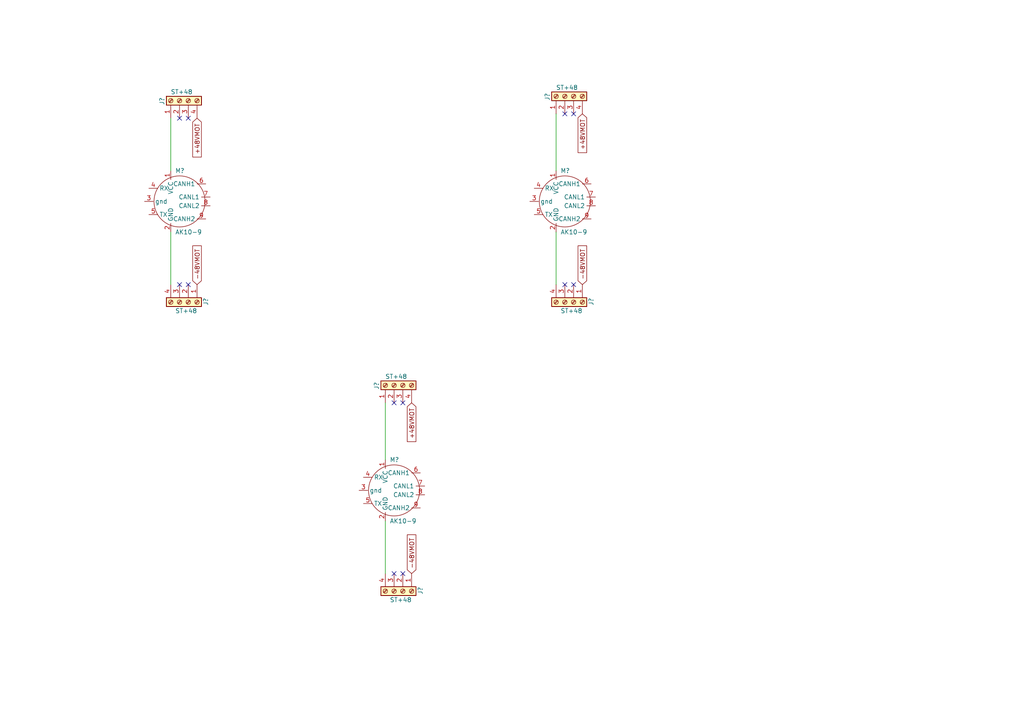
<source format=kicad_sch>
(kicad_sch (version 20211123) (generator eeschema)
  (paper "A4")
  (title_block (title "BUMBLEBEE") (date "2024-01-15") (rev "1.00") (company "ExoFlex") (comment 1 "Bumblebee"))
  (lib_symbols
    (symbol "AK10-9_1"
      (property "Reference" "M" (at 0 3.81 0))
      (property "Value" "AK10-9_1" (at 2.54 -13.97 0))
      (symbol "AK10-9_1_0_1"
        (circle (center 0 -5.08) (radius 7.4053))
      )
      (symbol "AK10-9_1_1_1"
        (pin input line (at -2.54 3.81 270) (length 2.54) (name "VCC") (number "1"))
        (pin input line (at -2.54 -13.97 90) (length 2.54) (name "GND") (number "2"))
        (pin input line (at -10.16 -5.08 0) (length 2.54) (name "gnd") (number "3"))
        (pin input line (at -8.89 -1.27 0) (length 2.54) (name "RX") (number "4"))
        (pin output line (at -8.89 -8.89 0) (length 2.54) (name "TX") (number "5"))
        (pin output line (at 7.62 0 180) (length 2.54) (name "CANH1") (number "6"))
        (pin output line (at 8.89 -3.81 180) (length 2.54) (name "CANL1") (number "7"))
        (pin output line (at 8.89 -6.35 180) (length 2.54) (name "CANL2") (number "8"))
        (pin output line (at 7.62 -10.16 180) (length 2.54) (name "CANH2") (number "9"))
      )
    )
    (symbol "AK10-9_2"
      (property "Reference" "M" (at 0 3.81 0))
      (property "Value" "AK10-9_2" (at 2.54 -13.97 0))
      (symbol "AK10-9_2_0_1"
        (circle (center 0 -5.08) (radius 7.4053))
      )
      (symbol "AK10-9_2_1_1"
        (pin input line (at -2.54 3.81 270) (length 2.54) (name "VCC") (number "1"))
        (pin input line (at -2.54 -13.97 90) (length 2.54) (name "GND") (number "2"))
        (pin input line (at -10.16 -5.08 0) (length 2.54) (name "gnd") (number "3"))
        (pin input line (at -8.89 -1.27 0) (length 2.54) (name "RX") (number "4"))
        (pin output line (at -8.89 -8.89 0) (length 2.54) (name "TX") (number "5"))
        (pin output line (at 7.62 0 180) (length 2.54) (name "CANH1") (number "6"))
        (pin output line (at 8.89 -3.81 180) (length 2.54) (name "CANL1") (number "7"))
        (pin output line (at 8.89 -6.35 180) (length 2.54) (name "CANL2") (number "8"))
        (pin output line (at 7.62 -10.16 180) (length 2.54) (name "CANH2") (number "9"))
      )
    )
    (symbol "Connector:Screw_Terminal_01x04" (pin_names (offset 1.016) hide)
      (property "Reference" "J" (at 0 5.08 0))
      (property "Value" "Screw_Terminal_01x04" (at 0 -7.62 0))
      (symbol "Screw_Terminal_01x04_1_1"
        (rectangle (start -1.27 3.81) (end 1.27 -6.35) (stroke (width 0.254)) (fill (type background)))
        (circle (center 0 -5.08) (radius 0.635) (stroke (width 0.1524)))
        (circle (center 0 -2.54) (radius 0.635) (stroke (width 0.1524)))
        (polyline (pts (xy -0.5334 -4.7498) (xy 0.3302 -5.588)) (stroke (width 0.1524)))
        (polyline (pts (xy -0.5334 -2.2098) (xy 0.3302 -3.048)) (stroke (width 0.1524)))
        (polyline (pts (xy -0.5334 0.3302) (xy 0.3302 -0.508)) (stroke (width 0.1524)))
        (polyline (pts (xy -0.5334 2.8702) (xy 0.3302 2.032)) (stroke (width 0.1524)))
        (polyline (pts (xy -0.3556 -4.572) (xy 0.508 -5.4102)) (stroke (width 0.1524)))
        (polyline (pts (xy -0.3556 -2.032) (xy 0.508 -2.8702)) (stroke (width 0.1524)))
        (polyline (pts (xy -0.3556 0.508) (xy 0.508 -0.3302)) (stroke (width 0.1524)))
        (polyline (pts (xy -0.3556 3.048) (xy 0.508 2.2098)) (stroke (width 0.1524)))
        (circle (center 0 0) (radius 0.635) (stroke (width 0.1524)))
        (circle (center 0 2.54) (radius 0.635) (stroke (width 0.1524)))
        (pin passive line (at -5.08 2.54 0) (length 3.81) (name "Pin_1") (number "1"))
        (pin passive line (at -5.08 0 0) (length 3.81) (name "Pin_2") (number "2"))
        (pin passive line (at -5.08 -2.54 0) (length 3.81) (name "Pin_3") (number "3"))
        (pin passive line (at -5.08 -5.08 0) (length 3.81) (name "Pin_4") (number "4"))
      )
    )
    (symbol "SymLib:AK10-9"
      (property "Reference" "M" (at 0 3.81 0))
      (property "Value" "AK10-9" (at 2.54 -13.97 0))
      (symbol "AK10-9_0_1"
        (circle (center 0 -5.08) (radius 7.4053))
      )
      (symbol "AK10-9_1_1"
        (pin input line (at -2.54 3.81 270) (length 2.54) (name "VCC") (number "1"))
        (pin input line (at -2.54 -13.97 90) (length 2.54) (name "GND") (number "2"))
        (pin input line (at -10.16 -5.08 0) (length 2.54) (name "gnd") (number "3"))
        (pin input line (at -8.89 -1.27 0) (length 2.54) (name "RX") (number "4"))
        (pin output line (at -8.89 -8.89 0) (length 2.54) (name "TX") (number "5"))
        (pin output line (at 7.62 0 180) (length 2.54) (name "CANH1") (number "6"))
        (pin output line (at 8.89 -3.81 180) (length 2.54) (name "CANL1") (number "7"))
        (pin output line (at 8.89 -6.35 180) (length 2.54) (name "CANL2") (number "8"))
        (pin output line (at 7.62 -10.16 180) (length 2.54) (name "CANH2") (number "9"))
      )
    )
  )
  (no_connect (at 52.07 34.29))
  (no_connect (at 163.83 82.55))
  (no_connect (at 54.61 34.29))
  (no_connect (at 166.37 82.55))
  (no_connect (at 114.3 166.37))
  (no_connect (at 163.83 33.02))
  (no_connect (at 166.37 33.02))
  (no_connect (at 54.61 82.55))
  (no_connect (at 52.07 82.55))
  (no_connect (at 116.84 166.37))
  (no_connect (at 116.84 116.84))
  (no_connect (at 114.3 116.84))
  (wire (pts (xy 49.53 34.29) (xy 49.53 49.53)))
  (wire (pts (xy 111.76 151.13) (xy 111.76 166.37)))
  (wire (pts (xy 161.29 33.02) (xy 161.29 49.53)))
  (wire (pts (xy 49.53 67.31) (xy 49.53 82.55)))
  (wire (pts (xy 161.29 67.31) (xy 161.29 82.55)))
  (wire (pts (xy 111.76 116.84) (xy 111.76 133.35)))
  (global_label "+48VMOT" (shape input) (at 168.91 33.02 270) (property "Intersheet References" "${INTERSHEET_REFS}" (effects hide)))
  (global_label "-48VMOT" (shape input) (at 57.15 82.55 90) (property "Intersheet References" "${INTERSHEET_REFS}" (effects hide)))
  (global_label "-48VMOT" (shape input) (at 168.91 82.55 90) (property "Intersheet References" "${INTERSHEET_REFS}" (effects hide)))
  (global_label "-48VMOT" (shape input) (at 119.38 166.37 90) (property "Intersheet References" "${INTERSHEET_REFS}" (effects hide)))
  (global_label "+48VMOT" (shape input) (at 119.38 116.84 270) (property "Intersheet References" "${INTERSHEET_REFS}" (effects hide)))
  (global_label "+48VMOT" (shape input) (at 57.15 34.29 270) (property "Intersheet References" "${INTERSHEET_REFS}" (effects hide)))
  (symbol (lib_name "AK10-9_1") (lib_id "SymLib:AK10-9") (at 163.83 53.34 0) (unit 1)
    (property "Reference" "M?" (at 162.56 49.53 0) (effects (justify left)))
    (property "Value" "AK10-9" (at 162.56 67.31 0) (effects (justify left)))
  )
  (symbol (lib_id "Connector:Screw_Terminal_01x04") (at 163.83 27.94 90) (unit 1)
    (property "Reference" "J?" (at 158.75 29.21 0) (effects (justify left)))
    (property "Value" "ST+48" (at 167.64 25.4 90) (effects (justify left)))
  )
  (symbol (lib_id "Connector:Screw_Terminal_01x04") (at 166.37 87.63 270) (unit 1)
    (property "Reference" "J?" (at 171.45 86.36 0) (effects (justify left)))
    (property "Value" "ST+48" (at 162.56 90.17 90) (effects (justify left)))
  )
  (symbol (lib_id "Connector:Screw_Terminal_01x04") (at 54.61 87.63 270) (unit 1)
    (property "Reference" "J?" (at 59.69 86.36 0) (effects (justify left)))
    (property "Value" "ST+48" (at 50.8 90.17 90) (effects (justify left)))
  )
  (symbol (lib_name "AK10-9_2") (lib_id "SymLib:AK10-9") (at 114.3 137.16 0) (unit 1)
    (property "Reference" "M?" (at 113.03 133.35 0) (effects (justify left)))
    (property "Value" "AK10-9" (at 113.03 151.13 0) (effects (justify left)))
  )
  (symbol (lib_id "SymLib:AK10-9") (at 52.07 53.34 0) (unit 1)
    (property "Reference" "M?" (at 50.8 49.53 0) (effects (justify left)))
    (property "Value" "AK10-9" (at 50.8 67.31 0) (effects (justify left)))
  )
  (symbol (lib_id "Connector:Screw_Terminal_01x04") (at 52.07 29.21 90) (unit 1)
    (property "Reference" "J?" (at 46.99 30.48 0) (effects (justify left)))
    (property "Value" "ST+48" (at 55.88 26.67 90) (effects (justify left)))
  )
  (symbol (lib_id "Connector:Screw_Terminal_01x04") (at 116.84 171.45 270) (unit 1)
    (property "Reference" "J?" (at 121.92 170.18 0) (effects (justify left)))
    (property "Value" "ST+48" (at 113.03 173.99 90) (effects (justify left)))
  )
  (symbol (lib_id "Connector:Screw_Terminal_01x04") (at 114.3 111.76 90) (unit 1)
    (property "Reference" "J?" (at 109.22 113.03 0) (effects (justify left)))
    (property "Value" "ST+48" (at 118.11 109.22 90) (effects (justify left)))
  )
)
</source>
